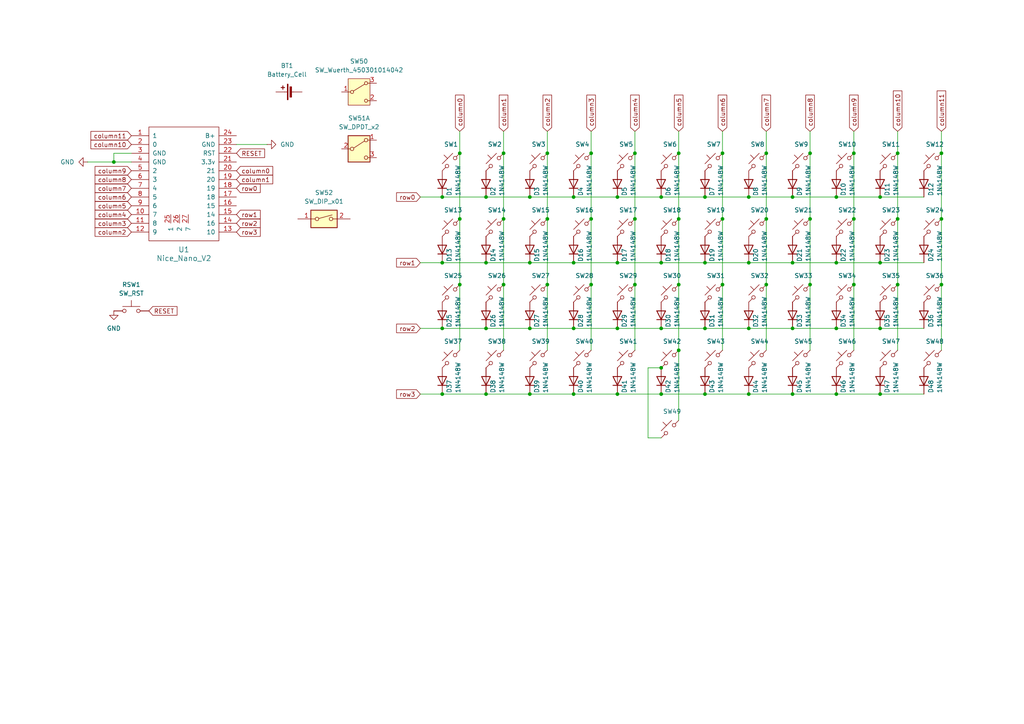
<source format=kicad_sch>
(kicad_sch (version 20250114) (generator "eeschema") (generator_version "9.0")
  (paper "A4")
  (junction (at 166.37 95.25))
  (junction (at 140.97 95.25))
  (junction (at 184.15 82.55))
  (junction (at 234.95 44.45))
  (junction (at 204.47 57.15))
  (junction (at 204.47 114.3))
  (junction (at 209.55 44.45))
  (junction (at 179.07 95.25))
  (junction (at 191.77 57.15))
  (junction (at 140.97 76.2))
  (junction (at 229.87 76.2))
  (junction (at 171.45 82.55))
  (junction (at 179.07 76.2))
  (junction (at 234.95 82.55))
  (junction (at 204.47 76.2))
  (junction (at 179.07 57.15))
  (junction (at 153.67 76.2))
  (junction (at 171.45 63.5))
  (junction (at 196.85 101.6))
  (junction (at 128.27 76.2))
  (junction (at 196.85 63.5))
  (junction (at 184.15 63.5))
  (junction (at 209.55 82.55))
  (junction (at 133.35 82.55))
  (junction (at 222.25 44.45))
  (junction (at 242.57 57.15))
  (junction (at 146.05 44.45))
  (junction (at 217.17 57.15))
  (junction (at 191.77 95.25))
  (junction (at 247.65 82.55))
  (junction (at 158.75 82.55))
  (junction (at 222.25 63.5))
  (junction (at 255.27 95.25))
  (junction (at 196.85 82.55))
  (junction (at 153.67 95.25))
  (junction (at 153.67 114.3))
  (junction (at 273.05 82.55))
  (junction (at 128.27 114.3))
  (junction (at 229.87 114.3))
  (junction (at 191.77 76.2))
  (junction (at 247.65 44.45))
  (junction (at 242.57 76.2))
  (junction (at 166.37 114.3))
  (junction (at 128.27 95.25))
  (junction (at 140.97 114.3))
  (junction (at 171.45 44.45))
  (junction (at 242.57 114.3))
  (junction (at 209.55 63.5))
  (junction (at 273.05 44.45))
  (junction (at 255.27 76.2))
  (junction (at 191.77 114.3))
  (junction (at 204.47 95.25))
  (junction (at 158.75 44.45))
  (junction (at 255.27 57.15))
  (junction (at 217.17 114.3))
  (junction (at 146.05 82.55))
  (junction (at 33.02 46.99))
  (junction (at 247.65 63.5))
  (junction (at 158.75 63.5))
  (junction (at 217.17 76.2))
  (junction (at 166.37 76.2))
  (junction (at 273.05 63.5))
  (junction (at 217.17 95.25))
  (junction (at 234.95 63.5))
  (junction (at 255.27 114.3))
  (junction (at 196.85 44.45))
  (junction (at 153.67 57.15))
  (junction (at 146.05 63.5))
  (junction (at 133.35 44.45))
  (junction (at 242.57 95.25))
  (junction (at 222.25 82.55))
  (junction (at 133.35 63.5))
  (junction (at 260.35 82.55))
  (junction (at 229.87 57.15))
  (junction (at 140.97 57.15))
  (junction (at 260.35 44.45))
  (junction (at 229.87 95.25))
  (junction (at 191.77 106.68))
  (junction (at 260.35 63.5))
  (junction (at 166.37 57.15))
  (junction (at 184.15 44.45))
  (junction (at 128.27 57.15))
  (junction (at 179.07 114.3))
  (wire (pts (xy 121.92 57.15) (xy 128.27 57.15)))
  (wire (pts (xy 184.15 82.55) (xy 184.15 101.6)))
  (wire (pts (xy 229.87 95.25) (xy 242.57 95.25)))
  (wire (pts (xy 184.15 63.5) (xy 184.15 82.55)))
  (wire (pts (xy 158.75 82.55) (xy 158.75 63.5)))
  (wire (pts (xy 191.77 95.25) (xy 204.47 95.25)))
  (wire (pts (xy 260.35 82.55) (xy 260.35 101.6)))
  (wire (pts (xy 260.35 44.45) (xy 260.35 63.5)))
  (wire (pts (xy 166.37 57.15) (xy 179.07 57.15)))
  (wire (pts (xy 171.45 38.1) (xy 171.45 44.45)))
  (wire (pts (xy 209.55 44.45) (xy 209.55 63.5)))
  (wire (pts (xy 128.27 114.3) (xy 121.92 114.3)))
  (wire (pts (xy 166.37 95.25) (xy 179.07 95.25)))
  (wire (pts (xy 121.92 95.25) (xy 128.27 95.25)))
  (wire (pts (xy 166.37 76.2) (xy 179.07 76.2)))
  (wire (pts (xy 242.57 95.25) (xy 255.27 95.25)))
  (wire (pts (xy 196.85 38.1) (xy 196.85 44.45)))
  (wire (pts (xy 217.17 76.2) (xy 229.87 76.2)))
  (wire (pts (xy 191.77 57.15) (xy 204.47 57.15)))
  (wire (pts (xy 242.57 114.3) (xy 229.87 114.3)))
  (wire (pts (xy 184.15 44.45) (xy 184.15 63.5)))
  (wire (pts (xy 166.37 114.3) (xy 153.67 114.3)))
  (wire (pts (xy 128.27 57.15) (xy 140.97 57.15)))
  (wire (pts (xy 209.55 82.55) (xy 209.55 101.6)))
  (wire (pts (xy 140.97 76.2) (xy 153.67 76.2)))
  (wire (pts (xy 179.07 114.3) (xy 166.37 114.3)))
  (wire (pts (xy 133.35 44.45) (xy 133.35 38.1)))
  (wire (pts (xy 242.57 76.2) (xy 255.27 76.2)))
  (wire (pts (xy 171.45 63.5) (xy 171.45 82.55)))
  (wire (pts (xy 171.45 44.45) (xy 171.45 63.5)))
  (wire (pts (xy 128.27 95.25) (xy 140.97 95.25)))
  (wire (pts (xy 146.05 63.5) (xy 146.05 82.55)))
  (wire (pts (xy 179.07 57.15) (xy 191.77 57.15)))
  (wire (pts (xy 33.02 46.99) (xy 38.1 46.99)))
  (wire (pts (xy 191.77 106.68) (xy 187.96 106.68)))
  (wire (pts (xy 255.27 95.25) (xy 267.97 95.25)))
  (wire (pts (xy 234.95 44.45) (xy 234.95 63.5)))
  (wire (pts (xy 153.67 95.25) (xy 166.37 95.25)))
  (wire (pts (xy 153.67 76.2) (xy 166.37 76.2)))
  (wire (pts (xy 273.05 63.5) (xy 273.05 82.55)))
  (wire (pts (xy 234.95 82.55) (xy 234.95 101.6)))
  (wire (pts (xy 273.05 44.45) (xy 273.05 63.5)))
  (wire (pts (xy 121.92 76.2) (xy 128.27 76.2)))
  (wire (pts (xy 153.67 57.15) (xy 166.37 57.15)))
  (wire (pts (xy 222.25 82.55) (xy 222.25 63.5)))
  (wire (pts (xy 222.25 44.45) (xy 222.25 38.1)))
  (wire (pts (xy 196.85 63.5) (xy 196.85 82.55)))
  (wire (pts (xy 171.45 82.55) (xy 171.45 101.6)))
  (wire (pts (xy 158.75 63.5) (xy 158.75 44.45)))
  (wire (pts (xy 146.05 44.45) (xy 146.05 63.5)))
  (wire (pts (xy 255.27 76.2) (xy 267.97 76.2)))
  (wire (pts (xy 158.75 44.45) (xy 158.75 38.1)))
  (wire (pts (xy 191.77 114.3) (xy 179.07 114.3)))
  (wire (pts (xy 196.85 101.6) (xy 196.85 121.92)))
  (wire (pts (xy 217.17 114.3) (xy 204.47 114.3)))
  (wire (pts (xy 260.35 63.5) (xy 260.35 82.55)))
  (wire (pts (xy 187.96 106.68) (xy 187.96 127)))
  (wire (pts (xy 128.27 76.2) (xy 140.97 76.2)))
  (wire (pts (xy 247.65 38.1) (xy 247.65 44.45)))
  (wire (pts (xy 247.65 44.45) (xy 247.65 63.5)))
  (wire (pts (xy 204.47 57.15) (xy 217.17 57.15)))
  (wire (pts (xy 146.05 82.55) (xy 146.05 101.6)))
  (wire (pts (xy 33.02 44.45) (xy 33.02 46.99)))
  (wire (pts (xy 38.1 44.45) (xy 33.02 44.45)))
  (wire (pts (xy 140.97 57.15) (xy 153.67 57.15)))
  (wire (pts (xy 187.96 127) (xy 191.77 127)))
  (wire (pts (xy 191.77 76.2) (xy 204.47 76.2)))
  (wire (pts (xy 133.35 63.5) (xy 133.35 44.45)))
  (wire (pts (xy 229.87 76.2) (xy 242.57 76.2)))
  (wire (pts (xy 140.97 95.25) (xy 153.67 95.25)))
  (wire (pts (xy 234.95 38.1) (xy 234.95 44.45)))
  (wire (pts (xy 179.07 95.25) (xy 191.77 95.25)))
  (wire (pts (xy 140.97 114.3) (xy 128.27 114.3)))
  (wire (pts (xy 209.55 63.5) (xy 209.55 82.55)))
  (wire (pts (xy 158.75 101.6) (xy 158.75 82.55)))
  (wire (pts (xy 146.05 38.1) (xy 146.05 44.45)))
  (wire (pts (xy 184.15 38.1) (xy 184.15 44.45)))
  (wire (pts (xy 260.35 38.1) (xy 260.35 44.45)))
  (wire (pts (xy 273.05 38.1) (xy 273.05 44.45)))
  (wire (pts (xy 217.17 57.15) (xy 229.87 57.15)))
  (wire (pts (xy 196.85 44.45) (xy 196.85 63.5)))
  (wire (pts (xy 222.25 101.6) (xy 222.25 82.55)))
  (wire (pts (xy 209.55 38.1) (xy 209.55 44.45)))
  (wire (pts (xy 234.95 63.5) (xy 234.95 82.55)))
  (wire (pts (xy 133.35 101.6) (xy 133.35 82.55)))
  (wire (pts (xy 222.25 63.5) (xy 222.25 44.45)))
  (wire (pts (xy 247.65 63.5) (xy 247.65 82.55)))
  (wire (pts (xy 242.57 57.15) (xy 255.27 57.15)))
  (wire (pts (xy 153.67 114.3) (xy 140.97 114.3)))
  (wire (pts (xy 273.05 82.55) (xy 273.05 101.6)))
  (wire (pts (xy 204.47 95.25) (xy 217.17 95.25)))
  (wire (pts (xy 267.97 114.3) (xy 255.27 114.3)))
  (wire (pts (xy 217.17 95.25) (xy 229.87 95.25)))
  (wire (pts (xy 25.4 46.99) (xy 33.02 46.99)))
  (wire (pts (xy 196.85 82.55) (xy 196.85 101.6)))
  (wire (pts (xy 229.87 57.15) (xy 242.57 57.15)))
  (wire (pts (xy 133.35 82.55) (xy 133.35 63.5)))
  (wire (pts (xy 179.07 76.2) (xy 191.77 76.2)))
  (wire (pts (xy 77.47 41.91) (xy 68.58 41.91)))
  (wire (pts (xy 247.65 82.55) (xy 247.65 101.6)))
  (wire (pts (xy 255.27 114.3) (xy 242.57 114.3)))
  (wire (pts (xy 204.47 76.2) (xy 217.17 76.2)))
  (wire (pts (xy 229.87 114.3) (xy 217.17 114.3)))
  (wire (pts (xy 204.47 114.3) (xy 191.77 114.3)))
  (wire (pts (xy 255.27 57.15) (xy 267.97 57.15)))
  (global_label "row3" (shape input) (at 121.92 114.3 180) (property "Intersheetrefs" "${INTERSHEET_REFS}" (effects (hide yes))))
  (global_label "column4" (shape input) (at 38.1 62.23 180) (property "Intersheetrefs" "${INTERSHEET_REFS}" (effects (hide yes))))
  (global_label "row0" (shape input) (at 68.58 54.61 0) (property "Intersheetrefs" "${INTERSHEET_REFS}" (effects (hide yes))))
  (global_label "RESET" (shape input) (at 43.18 90.17 0) (property "Intersheetrefs" "${INTERSHEET_REFS}" (effects (hide yes))))
  (global_label "column9" (shape input) (at 247.65 38.1 90) (property "Intersheetrefs" "${INTERSHEET_REFS}" (effects (hide yes))))
  (global_label "column9" (shape input) (at 38.1 49.53 180) (property "Intersheetrefs" "${INTERSHEET_REFS}" (effects (hide yes))))
  (global_label "column5" (shape input) (at 38.1 59.69 180) (property "Intersheetrefs" "${INTERSHEET_REFS}" (effects (hide yes))))
  (global_label "column10" (shape input) (at 38.1 41.91 180) (property "Intersheetrefs" "${INTERSHEET_REFS}" (effects (hide yes))))
  (global_label "column10" (shape input) (at 260.35 38.1 90) (property "Intersheetrefs" "${INTERSHEET_REFS}" (effects (hide yes))))
  (global_label "row1" (shape input) (at 68.58 62.23 0) (property "Intersheetrefs" "${INTERSHEET_REFS}" (effects (hide yes))))
  (global_label "column8" (shape input) (at 38.1 52.07 180) (property "Intersheetrefs" "${INTERSHEET_REFS}" (effects (hide yes))))
  (global_label "column3" (shape input) (at 171.45 38.1 90) (property "Intersheetrefs" "${INTERSHEET_REFS}" (effects (hide yes))))
  (global_label "column2" (shape input) (at 158.75 38.1 90) (property "Intersheetrefs" "${INTERSHEET_REFS}" (effects (hide yes))))
  (global_label "column11" (shape input) (at 38.1 39.37 180) (property "Intersheetrefs" "${INTERSHEET_REFS}" (effects (hide yes))))
  (global_label "column2" (shape input) (at 38.1 67.31 180) (property "Intersheetrefs" "${INTERSHEET_REFS}" (effects (hide yes))))
  (global_label "column1" (shape input) (at 68.58 52.07 0) (property "Intersheetrefs" "${INTERSHEET_REFS}" (effects (hide yes))))
  (global_label "column4" (shape input) (at 184.15 38.1 90) (property "Intersheetrefs" "${INTERSHEET_REFS}" (effects (hide yes))))
  (global_label "column6" (shape input) (at 38.1 57.15 180) (property "Intersheetrefs" "${INTERSHEET_REFS}" (effects (hide yes))))
  (global_label "column6" (shape input) (at 209.55 38.1 90) (property "Intersheetrefs" "${INTERSHEET_REFS}" (effects (hide yes))))
  (global_label "RESET" (shape input) (at 68.58 44.45 0) (property "Intersheetrefs" "${INTERSHEET_REFS}" (effects (hide yes))))
  (global_label "row1" (shape input) (at 121.92 76.2 180) (property "Intersheetrefs" "${INTERSHEET_REFS}" (effects (hide yes))))
  (global_label "column7" (shape input) (at 222.25 38.1 90) (property "Intersheetrefs" "${INTERSHEET_REFS}" (effects (hide yes))))
  (global_label "row0" (shape input) (at 121.92 57.15 180) (property "Intersheetrefs" "${INTERSHEET_REFS}" (effects (hide yes))))
  (global_label "row3" (shape input) (at 68.58 67.31 0) (property "Intersheetrefs" "${INTERSHEET_REFS}" (effects (hide yes))))
  (global_label "column5" (shape input) (at 196.85 38.1 90) (property "Intersheetrefs" "${INTERSHEET_REFS}" (effects (hide yes))))
  (global_label "row2" (shape input) (at 121.92 95.25 180) (property "Intersheetrefs" "${INTERSHEET_REFS}" (effects (hide yes))))
  (global_label "column1" (shape input) (at 146.05 38.1 90) (property "Intersheetrefs" "${INTERSHEET_REFS}" (effects (hide yes))))
  (global_label "column3" (shape input) (at 38.1 64.77 180) (property "Intersheetrefs" "${INTERSHEET_REFS}" (effects (hide yes))))
  (global_label "column11" (shape input) (at 273.05 38.1 90) (property "Intersheetrefs" "${INTERSHEET_REFS}" (effects (hide yes))))
  (global_label "column7" (shape input) (at 38.1 54.61 180) (property "Intersheetrefs" "${INTERSHEET_REFS}" (effects (hide yes))))
  (global_label "column8" (shape input) (at 234.95 38.1 90) (property "Intersheetrefs" "${INTERSHEET_REFS}" (effects (hide yes))))
  (global_label "row2" (shape input) (at 68.58 64.77 0) (property "Intersheetrefs" "${INTERSHEET_REFS}" (effects (hide yes))))
  (global_label "column0" (shape input) (at 133.35 38.1 90) (property "Intersheetrefs" "${INTERSHEET_REFS}" (effects (hide yes))))
  (global_label "column0" (shape input) (at 68.58 49.53 0) (property "Intersheetrefs" "${INTERSHEET_REFS}" (effects (hide yes))))
  (symbol (lib_id "Diode:1N4148W") (at 191.77 72.39 90) (unit 1)
    (property "Reference" "D18" (at 193.802 75.946 0) (effects (justify left)))
    (property "Value" "1N4148W" (at 196.342 75.946 0) (effects (justify left)))
    (property "Footprint" "Diode_SMD:D_SOD-123" (effects (hide yes)))
    (property "Datasheet" "https://www.vishay.com/docs/85748/1n4148w.pdf" (effects (hide yes)))
    (property "Description" "75V 0.15A Fast Switching Diode, SOD-123" (effects (hide yes)))
    (property "Sim.Device" "D" (effects (hide yes)))
    (property "Sim.Pins" "1=K 2=A" (effects (hide yes)))
  )
  (symbol (lib_id "Switch:SW_Push_45deg") (at 168.91 66.04 90) (unit 1)
    (property "Reference" "SW16" (at 166.878 60.198 90) (effects (justify right bottom)))
    (property "Value" "SW_Push_45deg" (effects (hide yes)))
    (property "Description" "Push button switch, normally open, two pins, 45° tilted" (effects (hide yes)))
  )
  (symbol (lib_id "Switch:SW_Push_45deg") (at 257.81 104.14 90) (unit 1)
    (property "Reference" "SW47" (at 255.778 98.298 90) (effects (justify right bottom)))
    (property "Value" "SW_Push_45deg" (effects (hide yes)))
    (property "Description" "Push button switch, normally open, two pins, 45° tilted" (effects (hide yes)))
  )
  (symbol (lib_id "Switch:SW_Push_45deg") (at 130.81 66.04 90) (unit 1)
    (property "Reference" "SW13" (at 128.778 60.198 90) (effects (justify right bottom)))
    (property "Value" "SW_Push_45deg" (effects (hide yes)))
    (property "Description" "Push button switch, normally open, two pins, 45° tilted" (effects (hide yes)))
  )
  (symbol (lib_id "Switch:SW_Push_45deg") (at 181.61 46.99 90) (unit 1)
    (property "Reference" "SW5" (at 179.578 41.148 90) (effects (justify right bottom)))
    (property "Value" "SW_Push_45deg" (effects (hide yes)))
    (property "Description" "Push button switch, normally open, two pins, 45° tilted" (effects (hide yes)))
  )
  (symbol (lib_id "Switch:SW_Push_45deg") (at 207.01 46.99 90) (unit 1)
    (property "Reference" "SW7" (at 204.978 41.148 90) (effects (justify right bottom)))
    (property "Value" "SW_Push_45deg" (effects (hide yes)))
    (property "Description" "Push button switch, normally open, two pins, 45° tilted" (effects (hide yes)))
  )
  (symbol (lib_id "Switch:SW_Push_45deg") (at 270.51 66.04 90) (unit 1)
    (property "Reference" "SW24" (at 268.478 60.198 90) (effects (justify right bottom)))
    (property "Value" "SW_Push_45deg" (effects (hide yes)))
    (property "Description" "Push button switch, normally open, two pins, 45° tilted" (effects (hide yes)))
  )
  (symbol (lib_id "Switch:SW_Push_45deg") (at 270.51 85.09 90) (unit 1)
    (property "Reference" "SW36" (at 268.478 79.248 90) (effects (justify right bottom)))
    (property "Value" "SW_Push_45deg" (effects (hide yes)))
    (property "Description" "Push button switch, normally open, two pins, 45° tilted" (effects (hide yes)))
  )
  (symbol (lib_id "Switch:SW_Push_45deg") (at 270.51 46.99 90) (unit 1)
    (property "Reference" "SW12" (at 268.478 41.148 90) (effects (justify right bottom)))
    (property "Value" "SW_Push_45deg" (effects (hide yes)))
    (property "Description" "Push button switch, normally open, two pins, 45° tilted" (effects (hide yes)))
  )
  (symbol (lib_id "Switch:SW_Push_45deg") (at 232.41 46.99 90) (unit 1)
    (property "Reference" "SW9" (at 230.378 41.148 90) (effects (justify right bottom)))
    (property "Value" "SW_Push_45deg" (effects (hide yes)))
    (property "Description" "Push button switch, normally open, two pins, 45° tilted" (effects (hide yes)))
  )
  (symbol (lib_id "Diode:1N4148W") (at 242.57 91.44 90) (unit 1)
    (property "Reference" "D34" (at 244.602 94.996 0) (effects (justify left)))
    (property "Value" "1N4148W" (at 247.142 94.996 0) (effects (justify left)))
    (property "Footprint" "Diode_SMD:D_SOD-123" (effects (hide yes)))
    (property "Datasheet" "https://www.vishay.com/docs/85748/1n4148w.pdf" (effects (hide yes)))
    (property "Description" "75V 0.15A Fast Switching Diode, SOD-123" (effects (hide yes)))
    (property "Sim.Device" "D" (effects (hide yes)))
    (property "Sim.Pins" "1=K 2=A" (effects (hide yes)))
  )
  (symbol (lib_id "Diode:1N4148W") (at 204.47 53.34 90) (unit 1)
    (property "Reference" "D7" (at 206.502 56.896 0) (effects (justify left)))
    (property "Value" "1N4148W" (at 209.042 56.896 0) (effects (justify left)))
    (property "Footprint" "Diode_SMD:D_SOD-123" (effects (hide yes)))
    (property "Datasheet" "https://www.vishay.com/docs/85748/1n4148w.pdf" (effects (hide yes)))
    (property "Description" "75V 0.15A Fast Switching Diode, SOD-123" (effects (hide yes)))
    (property "Sim.Device" "D" (effects (hide yes)))
    (property "Sim.Pins" "1=K 2=A" (effects (hide yes)))
  )
  (symbol (lib_id "Diode:1N4148W") (at 140.97 72.39 90) (unit 1)
    (property "Reference" "D14" (at 143.002 75.946 0) (effects (justify left)))
    (property "Value" "1N4148W" (at 145.542 75.946 0) (effects (justify left)))
    (property "Footprint" "Diode_SMD:D_SOD-123" (effects (hide yes)))
    (property "Datasheet" "https://www.vishay.com/docs/85748/1n4148w.pdf" (effects (hide yes)))
    (property "Description" "75V 0.15A Fast Switching Diode, SOD-123" (effects (hide yes)))
    (property "Sim.Device" "D" (effects (hide yes)))
    (property "Sim.Pins" "1=K 2=A" (effects (hide yes)))
  )
  (symbol (lib_id "Diode:1N4148W") (at 191.77 110.49 90) (unit 1)
    (property "Reference" "D42" (at 193.802 114.046 0) (effects (justify left)))
    (property "Value" "1N4148W" (at 196.342 114.046 0) (effects (justify left)))
    (property "Footprint" "Diode_SMD:D_SOD-123" (effects (hide yes)))
    (property "Datasheet" "https://www.vishay.com/docs/85748/1n4148w.pdf" (effects (hide yes)))
    (property "Description" "75V 0.15A Fast Switching Diode, SOD-123" (effects (hide yes)))
    (property "Sim.Device" "D" (effects (hide yes)))
    (property "Sim.Pins" "1=K 2=A" (effects (hide yes)))
  )
  (symbol (lib_id "Switch:SW_Push_45deg") (at 219.71 46.99 90) (unit 1)
    (property "Reference" "SW8" (at 217.678 41.148 90) (effects (justify right bottom)))
    (property "Value" "SW_Push_45deg" (effects (hide yes)))
    (property "Description" "Push button switch, normally open, two pins, 45° tilted" (effects (hide yes)))
  )
  (symbol (lib_id "Switch:SW_Push_45deg") (at 168.91 85.09 90) (unit 1)
    (property "Reference" "SW28" (at 166.878 79.248 90) (effects (justify right bottom)))
    (property "Value" "SW_Push_45deg" (effects (hide yes)))
    (property "Description" "Push button switch, normally open, two pins, 45° tilted" (effects (hide yes)))
  )
  (symbol (lib_id "power:GND") (at 33.02 90.17 0) (unit 1)
    (property "Reference" "#PWR03" (effects (hide yes)))
    (property "Value" "GND" (at 33.02 95.25 0))
    (property "Description" "Power symbol creates a global label with name \"GND\" , ground" (effects (hide yes)))
  )
  (symbol (lib_id "Diode:1N4148W") (at 204.47 72.39 90) (unit 1)
    (property "Reference" "D19" (at 206.502 75.946 0) (effects (justify left)))
    (property "Value" "1N4148W" (at 209.042 75.946 0) (effects (justify left)))
    (property "Footprint" "Diode_SMD:D_SOD-123" (effects (hide yes)))
    (property "Datasheet" "https://www.vishay.com/docs/85748/1n4148w.pdf" (effects (hide yes)))
    (property "Description" "75V 0.15A Fast Switching Diode, SOD-123" (effects (hide yes)))
    (property "Sim.Device" "D" (effects (hide yes)))
    (property "Sim.Pins" "1=K 2=A" (effects (hide yes)))
  )
  (symbol (lib_id "Diode:1N4148W") (at 128.27 53.34 90) (unit 1)
    (property "Reference" "D1" (at 130.302 56.896 0) (effects (justify left)))
    (property "Value" "1N4148W" (at 132.842 56.896 0) (effects (justify left)))
    (property "Footprint" "Diode_SMD:D_SOD-123" (effects (hide yes)))
    (property "Datasheet" "https://www.vishay.com/docs/85748/1n4148w.pdf" (effects (hide yes)))
    (property "Description" "75V 0.15A Fast Switching Diode, SOD-123" (effects (hide yes)))
    (property "Sim.Device" "D" (effects (hide yes)))
    (property "Sim.Pins" "1=K 2=A" (effects (hide yes)))
  )
  (symbol (lib_id "Switch:SW_Push_45deg") (at 194.31 66.04 90) (unit 1)
    (property "Reference" "SW18" (at 192.278 60.198 90) (effects (justify right bottom)))
    (property "Value" "SW_Push_45deg" (effects (hide yes)))
    (property "Description" "Push button switch, normally open, two pins, 45° tilted" (effects (hide yes)))
  )
  (symbol (lib_id "Diode:1N4148W") (at 255.27 110.49 90) (unit 1)
    (property "Reference" "D47" (at 257.302 114.046 0) (effects (justify left)))
    (property "Value" "1N4148W" (at 259.842 114.046 0) (effects (justify left)))
    (property "Footprint" "Diode_SMD:D_SOD-123" (effects (hide yes)))
    (property "Datasheet" "https://www.vishay.com/docs/85748/1n4148w.pdf" (effects (hide yes)))
    (property "Description" "75V 0.15A Fast Switching Diode, SOD-123" (effects (hide yes)))
    (property "Sim.Device" "D" (effects (hide yes)))
    (property "Sim.Pins" "1=K 2=A" (effects (hide yes)))
  )
  (symbol (lib_id "Switch:SW_Push_45deg") (at 156.21 85.09 90) (unit 1)
    (property "Reference" "SW27" (at 154.178 79.248 90) (effects (justify right bottom)))
    (property "Value" "SW_Push_45deg" (effects (hide yes)))
    (property "Description" "Push button switch, normally open, two pins, 45° tilted" (effects (hide yes)))
  )
  (symbol (lib_id "Switch:SW_Push_45deg") (at 156.21 104.14 90) (unit 1)
    (property "Reference" "SW39" (at 154.178 98.298 90) (effects (justify right bottom)))
    (property "Value" "SW_Push_45deg" (effects (hide yes)))
    (property "Description" "Push button switch, normally open, two pins, 45° tilted" (effects (hide yes)))
  )
  (symbol (lib_id "Switch:SW_Push_45deg") (at 130.81 85.09 90) (unit 1)
    (property "Reference" "SW25" (at 128.778 79.248 90) (effects (justify right bottom)))
    (property "Value" "SW_Push_45deg" (effects (hide yes)))
    (property "Description" "Push button switch, normally open, two pins, 45° tilted" (effects (hide yes)))
  )
  (symbol (lib_id "Diode:1N4148W") (at 166.37 110.49 90) (unit 1)
    (property "Reference" "D40" (at 168.402 114.046 0) (effects (justify left)))
    (property "Value" "1N4148W" (at 170.942 114.046 0) (effects (justify left)))
    (property "Footprint" "Diode_SMD:D_SOD-123" (effects (hide yes)))
    (property "Datasheet" "https://www.vishay.com/docs/85748/1n4148w.pdf" (effects (hide yes)))
    (property "Description" "75V 0.15A Fast Switching Diode, SOD-123" (effects (hide yes)))
    (property "Sim.Device" "D" (effects (hide yes)))
    (property "Sim.Pins" "1=K 2=A" (effects (hide yes)))
  )
  (symbol (lib_id "Switch:SW_Push_45deg") (at 232.41 85.09 90) (unit 1)
    (property "Reference" "SW33" (at 230.378 79.248 90) (effects (justify right bottom)))
    (property "Value" "SW_Push_45deg" (effects (hide yes)))
    (property "Description" "Push button switch, normally open, two pins, 45° tilted" (effects (hide yes)))
  )
  (symbol (lib_id "Device:Battery_Cell") (at 85.09 26.67 90) (unit 1)
    (property "Reference" "BT1" (at 83.2485 19.05 90))
    (property "Value" "Battery_Cell" (at 83.2485 21.59 90))
    (property "Description" "Single-cell battery" (effects (hide yes)))
  )
  (symbol (lib_id "Switch:SW_DPDT_x2") (at 104.14 43.18 0) (unit 1)
    (property "Reference" "SW51" (at 104.14 34.29 0))
    (property "Value" "SW_DPDT_x2" (at 104.14 36.83 0))
    (property "Description" "Switch, dual pole double throw, separate symbols" (effects (hide yes)))
  )
  (symbol (lib_id "Switch:SW_Push_45deg") (at 207.01 104.14 90) (unit 1)
    (property "Reference" "SW43" (at 204.978 98.298 90) (effects (justify right bottom)))
    (property "Value" "SW_Push_45deg" (effects (hide yes)))
    (property "Description" "Push button switch, normally open, two pins, 45° tilted" (effects (hide yes)))
  )
  (symbol (lib_id "Diode:1N4148W") (at 204.47 110.49 90) (unit 1)
    (property "Reference" "D43" (at 206.502 114.046 0) (effects (justify left)))
    (property "Value" "1N4148W" (at 209.042 114.046 0) (effects (justify left)))
    (property "Footprint" "Diode_SMD:D_SOD-123" (effects (hide yes)))
    (property "Datasheet" "https://www.vishay.com/docs/85748/1n4148w.pdf" (effects (hide yes)))
    (property "Description" "75V 0.15A Fast Switching Diode, SOD-123" (effects (hide yes)))
    (property "Sim.Device" "D" (effects (hide yes)))
    (property "Sim.Pins" "1=K 2=A" (effects (hide yes)))
  )
  (symbol (lib_id "Switch:SW_Push_45deg") (at 232.41 104.14 90) (unit 1)
    (property "Reference" "SW45" (at 230.378 98.298 90) (effects (justify right bottom)))
    (property "Value" "SW_Push_45deg" (effects (hide yes)))
    (property "Description" "Push button switch, normally open, two pins, 45° tilted" (effects (hide yes)))
  )
  (symbol (lib_id "Switch:SW_Push_45deg") (at 219.71 85.09 90) (unit 1)
    (property "Reference" "SW32" (at 217.678 79.248 90) (effects (justify right bottom)))
    (property "Value" "SW_Push_45deg" (effects (hide yes)))
    (property "Description" "Push button switch, normally open, two pins, 45° tilted" (effects (hide yes)))
  )
  (symbol (lib_id "Diode:1N4148W") (at 140.97 91.44 90) (unit 1)
    (property "Reference" "D26" (at 143.002 94.996 0) (effects (justify left)))
    (property "Value" "1N4148W" (at 145.542 94.996 0) (effects (justify left)))
    (property "Footprint" "Diode_SMD:D_SOD-123" (effects (hide yes)))
    (property "Datasheet" "https://www.vishay.com/docs/85748/1n4148w.pdf" (effects (hide yes)))
    (property "Description" "75V 0.15A Fast Switching Diode, SOD-123" (effects (hide yes)))
    (property "Sim.Device" "D" (effects (hide yes)))
    (property "Sim.Pins" "1=K 2=A" (effects (hide yes)))
  )
  (symbol (lib_id "Diode:1N4148W") (at 140.97 53.34 90) (unit 1)
    (property "Reference" "D2" (at 143.002 56.896 0) (effects (justify left)))
    (property "Value" "1N4148W" (at 145.542 56.896 0) (effects (justify left)))
    (property "Footprint" "Diode_SMD:D_SOD-123" (effects (hide yes)))
    (property "Datasheet" "https://www.vishay.com/docs/85748/1n4148w.pdf" (effects (hide yes)))
    (property "Description" "75V 0.15A Fast Switching Diode, SOD-123" (effects (hide yes)))
    (property "Sim.Device" "D" (effects (hide yes)))
    (property "Sim.Pins" "1=K 2=A" (effects (hide yes)))
  )
  (symbol (lib_id "Switch:SW_Push") (at 38.1 90.17 0) (unit 1)
    (property "Reference" "RSW1" (at 38.1 82.55 0))
    (property "Value" "SW_RST" (at 38.1 85.09 0))
    (property "Description" "Push button switch, generic, two pins" (effects (hide yes)))
  )
  (symbol (lib_id "Switch:SW_Push_45deg") (at 207.01 66.04 90) (unit 1)
    (property "Reference" "SW19" (at 204.978 60.198 90) (effects (justify right bottom)))
    (property "Value" "SW_Push_45deg" (effects (hide yes)))
    (property "Description" "Push button switch, normally open, two pins, 45° tilted" (effects (hide yes)))
  )
  (symbol (lib_id "Diode:1N4148W") (at 140.97 110.49 90) (unit 1)
    (property "Reference" "D38" (at 143.002 114.046 0) (effects (justify left)))
    (property "Value" "1N4148W" (at 145.542 114.046 0) (effects (justify left)))
    (property "Footprint" "Diode_SMD:D_SOD-123" (effects (hide yes)))
    (property "Datasheet" "https://www.vishay.com/docs/85748/1n4148w.pdf" (effects (hide yes)))
    (property "Description" "75V 0.15A Fast Switching Diode, SOD-123" (effects (hide yes)))
    (property "Sim.Device" "D" (effects (hide yes)))
    (property "Sim.Pins" "1=K 2=A" (effects (hide yes)))
  )
  (symbol (lib_id "Switch:SW_DIP_x01") (at 93.98 63.5 0) (unit 1)
    (property "Reference" "SW52" (at 93.98 55.88 0))
    (property "Value" "SW_DIP_x01" (at 93.98 58.42 0))
    (property "Description" "1x DIP Switch, Single Pole Single Throw (SPST) switch, small symbol" (effects (hide yes)))
  )
  (symbol (lib_id "Switch:SW_Push_45deg") (at 232.41 66.04 90) (unit 1)
    (property "Reference" "SW21" (at 230.378 60.198 90) (effects (justify right bottom)))
    (property "Value" "SW_Push_45deg" (effects (hide yes)))
    (property "Description" "Push button switch, normally open, two pins, 45° tilted" (effects (hide yes)))
  )
  (symbol (lib_id "Diode:1N4148W") (at 166.37 53.34 90) (unit 1)
    (property "Reference" "D4" (at 168.402 56.896 0) (effects (justify left)))
    (property "Value" "1N4148W" (at 170.942 56.896 0) (effects (justify left)))
    (property "Footprint" "Diode_SMD:D_SOD-123" (effects (hide yes)))
    (property "Datasheet" "https://www.vishay.com/docs/85748/1n4148w.pdf" (effects (hide yes)))
    (property "Description" "75V 0.15A Fast Switching Diode, SOD-123" (effects (hide yes)))
    (property "Sim.Device" "D" (effects (hide yes)))
    (property "Sim.Pins" "1=K 2=A" (effects (hide yes)))
  )
  (symbol (lib_id "Diode:1N4148W") (at 179.07 110.49 90) (unit 1)
    (property "Reference" "D41" (at 181.102 114.046 0) (effects (justify left)))
    (property "Value" "1N4148W" (at 183.642 114.046 0) (effects (justify left)))
    (property "Footprint" "Diode_SMD:D_SOD-123" (effects (hide yes)))
    (property "Datasheet" "https://www.vishay.com/docs/85748/1n4148w.pdf" (effects (hide yes)))
    (property "Description" "75V 0.15A Fast Switching Diode, SOD-123" (effects (hide yes)))
    (property "Sim.Device" "D" (effects (hide yes)))
    (property "Sim.Pins" "1=K 2=A" (effects (hide yes)))
  )
  (symbol (lib_id "Diode:1N4148W") (at 242.57 72.39 90) (unit 1)
    (property "Reference" "D22" (at 244.602 75.946 0) (effects (justify left)))
    (property "Value" "1N4148W" (at 247.142 75.946 0) (effects (justify left)))
    (property "Footprint" "Diode_SMD:D_SOD-123" (effects (hide yes)))
    (property "Datasheet" "https://www.vishay.com/docs/85748/1n4148w.pdf" (effects (hide yes)))
    (property "Description" "75V 0.15A Fast Switching Diode, SOD-123" (effects (hide yes)))
    (property "Sim.Device" "D" (effects (hide yes)))
    (property "Sim.Pins" "1=K 2=A" (effects (hide yes)))
  )
  (symbol (lib_id "Diode:1N4148W") (at 217.17 53.34 90) (unit 1)
    (property "Reference" "D8" (at 219.202 56.896 0) (effects (justify left)))
    (property "Value" "1N4148W" (at 221.742 56.896 0) (effects (justify left)))
    (property "Footprint" "Diode_SMD:D_SOD-123" (effects (hide yes)))
    (property "Datasheet" "https://www.vishay.com/docs/85748/1n4148w.pdf" (effects (hide yes)))
    (property "Description" "75V 0.15A Fast Switching Diode, SOD-123" (effects (hide yes)))
    (property "Sim.Device" "D" (effects (hide yes)))
    (property "Sim.Pins" "1=K 2=A" (effects (hide yes)))
  )
  (symbol (lib_id "Switch:SW_Push_45deg") (at 270.51 104.14 90) (unit 1)
    (property "Reference" "SW48" (at 268.478 98.298 90) (effects (justify right bottom)))
    (property "Value" "SW_Push_45deg" (effects (hide yes)))
    (property "Description" "Push button switch, normally open, two pins, 45° tilted" (effects (hide yes)))
  )
  (symbol (lib_id "Switch:SW_Push_45deg") (at 143.51 66.04 90) (unit 1)
    (property "Reference" "SW14" (at 141.478 60.198 90) (effects (justify right bottom)))
    (property "Value" "SW_Push_45deg" (effects (hide yes)))
    (property "Description" "Push button switch, normally open, two pins, 45° tilted" (effects (hide yes)))
  )
  (symbol (lib_id "Switch:SW_Push_45deg") (at 156.21 46.99 90) (unit 1)
    (property "Reference" "SW3" (at 154.178 41.148 90) (effects (justify right bottom)))
    (property "Value" "SW_Push_45deg" (effects (hide yes)))
    (property "Description" "Push button switch, normally open, two pins, 45° tilted" (effects (hide yes)))
  )
  (symbol (lib_id "Switch:SW_Push_45deg") (at 168.91 46.99 90) (unit 1)
    (property "Reference" "SW4" (at 166.878 41.148 90) (effects (justify right bottom)))
    (property "Value" "SW_Push_45deg" (effects (hide yes)))
    (property "Description" "Push button switch, normally open, two pins, 45° tilted" (effects (hide yes)))
  )
  (symbol (lib_id "Switch:SW_Push_45deg") (at 181.61 104.14 90) (unit 1)
    (property "Reference" "SW41" (at 179.578 98.298 90) (effects (justify right bottom)))
    (property "Value" "SW_Push_45deg" (effects (hide yes)))
    (property "Description" "Push button switch, normally open, two pins, 45° tilted" (effects (hide yes)))
  )
  (symbol (lib_id "Diode:1N4148W") (at 166.37 91.44 90) (unit 1)
    (property "Reference" "D28" (at 168.402 94.996 0) (effects (justify left)))
    (property "Value" "1N4148W" (at 170.942 94.996 0) (effects (justify left)))
    (property "Footprint" "Diode_SMD:D_SOD-123" (effects (hide yes)))
    (property "Datasheet" "https://www.vishay.com/docs/85748/1n4148w.pdf" (effects (hide yes)))
    (property "Description" "75V 0.15A Fast Switching Diode, SOD-123" (effects (hide yes)))
    (property "Sim.Device" "D" (effects (hide yes)))
    (property "Sim.Pins" "1=K 2=A" (effects (hide yes)))
  )
  (symbol (lib_id "Switch:SW_Push_45deg") (at 130.81 46.99 90) (unit 1)
    (property "Reference" "SW1" (at 128.778 41.148 90) (effects (justify right bottom)))
    (property "Value" "SW_Push_45deg" (effects (hide yes)))
    (property "Description" "Push button switch, normally open, two pins, 45° tilted" (effects (hide yes)))
  )
  (symbol (lib_id "Diode:1N4148W") (at 229.87 110.49 90) (unit 1)
    (property "Reference" "D45" (at 231.902 114.046 0) (effects (justify left)))
    (property "Value" "1N4148W" (at 234.442 114.046 0) (effects (justify left)))
    (property "Footprint" "Diode_SMD:D_SOD-123" (effects (hide yes)))
    (property "Datasheet" "https://www.vishay.com/docs/85748/1n4148w.pdf" (effects (hide yes)))
    (property "Description" "75V 0.15A Fast Switching Diode, SOD-123" (effects (hide yes)))
    (property "Sim.Device" "D" (effects (hide yes)))
    (property "Sim.Pins" "1=K 2=A" (effects (hide yes)))
  )
  (symbol (lib_id "Diode:1N4148W") (at 166.37 72.39 90) (unit 1)
    (property "Reference" "D16" (at 168.402 75.946 0) (effects (justify left)))
    (property "Value" "1N4148W" (at 170.942 75.946 0) (effects (justify left)))
    (property "Footprint" "Diode_SMD:D_SOD-123" (effects (hide yes)))
    (property "Datasheet" "https://www.vishay.com/docs/85748/1n4148w.pdf" (effects (hide yes)))
    (property "Description" "75V 0.15A Fast Switching Diode, SOD-123" (effects (hide yes)))
    (property "Sim.Device" "D" (effects (hide yes)))
    (property "Sim.Pins" "1=K 2=A" (effects (hide yes)))
  )
  (symbol (lib_id "Diode:1N4148W") (at 153.67 53.34 90) (unit 1)
    (property "Reference" "D3" (at 155.702 56.896 0) (effects (justify left)))
    (property "Value" "1N4148W" (at 158.242 56.896 0) (effects (justify left)))
    (property "Footprint" "Diode_SMD:D_SOD-123" (effects (hide yes)))
    (property "Datasheet" "https://www.vishay.com/docs/85748/1n4148w.pdf" (effects (hide yes)))
    (property "Description" "75V 0.15A Fast Switching Diode, SOD-123" (effects (hide yes)))
    (property "Sim.Device" "D" (effects (hide yes)))
    (property "Sim.Pins" "1=K 2=A" (effects (hide yes)))
  )
  (symbol (lib_id "Diode:1N4148W") (at 191.77 53.34 90) (unit 1)
    (property "Reference" "D6" (at 193.802 56.896 0) (effects (justify left)))
    (property "Value" "1N4148W" (at 196.342 56.896 0) (effects (justify left)))
    (property "Footprint" "Diode_SMD:D_SOD-123" (effects (hide yes)))
    (property "Datasheet" "https://www.vishay.com/docs/85748/1n4148w.pdf" (effects (hide yes)))
    (property "Description" "75V 0.15A Fast Switching Diode, SOD-123" (effects (hide yes)))
    (property "Sim.Device" "D" (effects (hide yes)))
    (property "Sim.Pins" "1=K 2=A" (effects (hide yes)))
  )
  (symbol (lib_id "Switch:SW_Push_45deg") (at 143.51 85.09 90) (unit 1)
    (property "Reference" "SW26" (at 141.478 79.248 90) (effects (justify right bottom)))
    (property "Value" "SW_Push_45deg" (effects (hide yes)))
    (property "Description" "Push button switch, normally open, two pins, 45° tilted" (effects (hide yes)))
  )
  (symbol (lib_id "Diode:1N4148W") (at 128.27 110.49 90) (unit 1)
    (property "Reference" "D37" (at 130.302 114.046 0) (effects (justify left)))
    (property "Value" "1N4148W" (at 132.842 114.046 0) (effects (justify left)))
    (property "Footprint" "Diode_SMD:D_SOD-123" (effects (hide yes)))
    (property "Datasheet" "https://www.vishay.com/docs/85748/1n4148w.pdf" (effects (hide yes)))
    (property "Description" "75V 0.15A Fast Switching Diode, SOD-123" (effects (hide yes)))
    (property "Sim.Device" "D" (effects (hide yes)))
    (property "Sim.Pins" "1=K 2=A" (effects (hide yes)))
  )
  (symbol (lib_id "power:GND") (at 77.47 41.91 90) (unit 1)
    (property "Reference" "#PWR01" (effects (hide yes)))
    (property "Value" "GND" (at 81.28 41.9099 90) (effects (justify right)))
    (property "Description" "Power symbol creates a global label with name \"GND\" , ground" (effects (hide yes)))
  )
  (symbol (lib_id "Diode:1N4148W") (at 229.87 53.34 90) (unit 1)
    (property "Reference" "D9" (at 231.902 56.896 0) (effects (justify left)))
    (property "Value" "1N4148W" (at 234.442 56.896 0) (effects (justify left)))
    (property "Footprint" "Diode_SMD:D_SOD-123" (effects (hide yes)))
    (property "Datasheet" "https://www.vishay.com/docs/85748/1n4148w.pdf" (effects (hide yes)))
    (property "Description" "75V 0.15A Fast Switching Diode, SOD-123" (effects (hide yes)))
    (property "Sim.Device" "D" (effects (hide yes)))
    (property "Sim.Pins" "1=K 2=A" (effects (hide yes)))
  )
  (symbol (lib_id "Switch:SW_Push_45deg") (at 219.71 66.04 90) (unit 1)
    (property "Reference" "SW20" (at 217.678 60.198 90) (effects (justify right bottom)))
    (property "Value" "SW_Push_45deg" (effects (hide yes)))
    (property "Description" "Push button switch, normally open, two pins, 45° tilted" (effects (hide yes)))
  )
  (symbol (lib_id "Diode:1N4148W") (at 217.17 110.49 90) (unit 1)
    (property "Reference" "D44" (at 219.202 114.046 0) (effects (justify left)))
    (property "Value" "1N4148W" (at 221.742 114.046 0) (effects (justify left)))
    (property "Footprint" "Diode_SMD:D_SOD-123" (effects (hide yes)))
    (property "Datasheet" "https://www.vishay.com/docs/85748/1n4148w.pdf" (effects (hide yes)))
    (property "Description" "75V 0.15A Fast Switching Diode, SOD-123" (effects (hide yes)))
    (property "Sim.Device" "D" (effects (hide yes)))
    (property "Sim.Pins" "1=K 2=A" (effects (hide yes)))
  )
  (symbol (lib_id "Switch:SW_Push_45deg") (at 143.51 104.14 90) (unit 1)
    (property "Reference" "SW38" (at 141.478 98.298 90) (effects (justify right bottom)))
    (property "Value" "SW_Push_45deg" (effects (hide yes)))
    (property "Description" "Push button switch, normally open, two pins, 45° tilted" (effects (hide yes)))
  )
  (symbol (lib_id "Switch:SW_Push_45deg") (at 257.81 66.04 90) (unit 1)
    (property "Reference" "SW23" (at 255.778 60.198 90) (effects (justify right bottom)))
    (property "Value" "SW_Push_45deg" (effects (hide yes)))
    (property "Description" "Push button switch, normally open, two pins, 45° tilted" (effects (hide yes)))
  )
  (symbol (lib_id "Switch:SW_Push_45deg") (at 194.31 46.99 90) (unit 1)
    (property "Reference" "SW6" (at 192.278 41.148 90) (effects (justify right bottom)))
    (property "Value" "SW_Push_45deg" (effects (hide yes)))
    (property "Description" "Push button switch, normally open, two pins, 45° tilted" (effects (hide yes)))
  )
  (symbol (lib_id "ScottoKeebs:MCU_Nice_Nano_V2") (at 53.34 53.34 0) (unit 1)
    (property "Reference" "U1" (at 53.34 72.39 0) (effects (font (size 1.524 1.524))))
    (property "Value" "Nice_Nano_V2" (at 53.34 74.93 0) (effects (font (size 1.524 1.524))))
    (property "Footprint" "ScottoKeebs_MCU:Nice_Nano_V2" (effects (hide yes)))
  )
  (symbol (lib_id "Switch:SW_Push_45deg") (at 181.61 66.04 90) (unit 1)
    (property "Reference" "SW17" (at 179.578 60.198 90) (effects (justify right bottom)))
    (property "Value" "SW_Push_45deg" (effects (hide yes)))
    (property "Description" "Push button switch, normally open, two pins, 45° tilted" (effects (hide yes)))
  )
  (symbol (lib_id "Diode:1N4148W") (at 153.67 110.49 90) (unit 1)
    (property "Reference" "D39" (at 155.702 114.046 0) (effects (justify left)))
    (property "Value" "1N4148W" (at 158.242 114.046 0) (effects (justify left)))
    (property "Footprint" "Diode_SMD:D_SOD-123" (effects (hide yes)))
    (property "Datasheet" "https://www.vishay.com/docs/85748/1n4148w.pdf" (effects (hide yes)))
    (property "Description" "75V 0.15A Fast Switching Diode, SOD-123" (effects (hide yes)))
    (property "Sim.Device" "D" (effects (hide yes)))
    (property "Sim.Pins" "1=K 2=A" (effects (hide yes)))
  )
  (symbol (lib_id "Switch:SW_Push_45deg") (at 168.91 104.14 90) (unit 1)
    (property "Reference" "SW40" (at 166.878 98.298 90) (effects (justify right bottom)))
    (property "Value" "SW_Push_45deg" (effects (hide yes)))
    (property "Description" "Push button switch, normally open, two pins, 45° tilted" (effects (hide yes)))
  )
  (symbol (lib_id "Diode:1N4148W") (at 128.27 91.44 90) (unit 1)
    (property "Reference" "D25" (at 130.302 94.996 0) (effects (justify left)))
    (property "Value" "1N4148W" (at 132.842 94.996 0) (effects (justify left)))
    (property "Footprint" "Diode_SMD:D_SOD-123" (effects (hide yes)))
    (property "Datasheet" "https://www.vishay.com/docs/85748/1n4148w.pdf" (effects (hide yes)))
    (property "Description" "75V 0.15A Fast Switching Diode, SOD-123" (effects (hide yes)))
    (property "Sim.Device" "D" (effects (hide yes)))
    (property "Sim.Pins" "1=K 2=A" (effects (hide yes)))
  )
  (symbol (lib_id "Diode:1N4148W") (at 179.07 53.34 90) (unit 1)
    (property "Reference" "D5" (at 181.102 56.896 0) (effects (justify left)))
    (property "Value" "1N4148W" (at 183.642 56.896 0) (effects (justify left)))
    (property "Footprint" "Diode_SMD:D_SOD-123" (effects (hide yes)))
    (property "Datasheet" "https://www.vishay.com/docs/85748/1n4148w.pdf" (effects (hide yes)))
    (property "Description" "75V 0.15A Fast Switching Diode, SOD-123" (effects (hide yes)))
    (property "Sim.Device" "D" (effects (hide yes)))
    (property "Sim.Pins" "1=K 2=A" (effects (hide yes)))
  )
  (symbol (lib_id "Diode:1N4148W") (at 153.67 72.39 90) (unit 1)
    (property "Reference" "D15" (at 155.702 75.946 0) (effects (justify left)))
    (property "Value" "1N4148W" (at 158.242 75.946 0) (effects (justify left)))
    (property "Footprint" "Diode_SMD:D_SOD-123" (effects (hide yes)))
    (property "Datasheet" "https://www.vishay.com/docs/85748/1n4148w.pdf" (effects (hide yes)))
    (property "Description" "75V 0.15A Fast Switching Diode, SOD-123" (effects (hide yes)))
    (property "Sim.Device" "D" (effects (hide yes)))
    (property "Sim.Pins" "1=K 2=A" (effects (hide yes)))
  )
  (symbol (lib_id "Diode:1N4148W") (at 255.27 53.34 90) (unit 1)
    (property "Reference" "D11" (at 257.302 56.896 0) (effects (justify left)))
    (property "Value" "1N4148W" (at 259.842 56.896 0) (effects (justify left)))
    (property "Footprint" "Diode_SMD:D_SOD-123" (effects (hide yes)))
    (property "Datasheet" "https://www.vishay.com/docs/85748/1n4148w.pdf" (effects (hide yes)))
    (property "Description" "75V 0.15A Fast Switching Diode, SOD-123" (effects (hide yes)))
    (property "Sim.Device" "D" (effects (hide yes)))
    (property "Sim.Pins" "1=K 2=A" (effects (hide yes)))
  )
  (symbol (lib_id "Diode:1N4148W") (at 153.67 91.44 90) (unit 1)
    (property "Reference" "D27" (at 155.702 94.996 0) (effects (justify left)))
    (property "Value" "1N4148W" (at 158.242 94.996 0) (effects (justify left)))
    (property "Footprint" "Diode_SMD:D_SOD-123" (effects (hide yes)))
    (property "Datasheet" "https://www.vishay.com/docs/85748/1n4148w.pdf" (effects (hide yes)))
    (property "Description" "75V 0.15A Fast Switching Diode, SOD-123" (effects (hide yes)))
    (property "Sim.Device" "D" (effects (hide yes)))
    (property "Sim.Pins" "1=K 2=A" (effects (hide yes)))
  )
  (symbol (lib_id "Diode:1N4148W") (at 255.27 91.44 90) (unit 1)
    (property "Reference" "D35" (at 257.302 94.996 0) (effects (justify left)))
    (property "Value" "1N4148W" (at 259.842 94.996 0) (effects (justify left)))
    (property "Footprint" "Diode_SMD:D_SOD-123" (effects (hide yes)))
    (property "Datasheet" "https://www.vishay.com/docs/85748/1n4148w.pdf" (effects (hide yes)))
    (property "Description" "75V 0.15A Fast Switching Diode, SOD-123" (effects (hide yes)))
    (property "Sim.Device" "D" (effects (hide yes)))
    (property "Sim.Pins" "1=K 2=A" (effects (hide yes)))
  )
  (symbol (lib_id "Diode:1N4148W") (at 255.27 72.39 90) (unit 1)
    (property "Reference" "D23" (at 257.302 75.946 0) (effects (justify left)))
    (property "Value" "1N4148W" (at 259.842 75.946 0) (effects (justify left)))
    (property "Footprint" "Diode_SMD:D_SOD-123" (effects (hide yes)))
    (property "Datasheet" "https://www.vishay.com/docs/85748/1n4148w.pdf" (effects (hide yes)))
    (property "Description" "75V 0.15A Fast Switching Diode, SOD-123" (effects (hide yes)))
    (property "Sim.Device" "D" (effects (hide yes)))
    (property "Sim.Pins" "1=K 2=A" (effects (hide yes)))
  )
  (symbol (lib_id "Switch:SW_Push_45deg") (at 207.01 85.09 90) (unit 1)
    (property "Reference" "SW31" (at 204.978 79.248 90) (effects (justify right bottom)))
    (property "Value" "SW_Push_45deg" (effects (hide yes)))
    (property "Description" "Push button switch, normally open, two pins, 45° tilted" (effects (hide yes)))
  )
  (symbol (lib_id "Switch:SW_Push_45deg") (at 156.21 66.04 90) (unit 1)
    (property "Reference" "SW15" (at 154.178 60.198 90) (effects (justify right bottom)))
    (property "Value" "SW_Push_45deg" (effects (hide yes)))
    (property "Description" "Push button switch, normally open, two pins, 45° tilted" (effects (hide yes)))
  )
  (symbol (lib_id "Diode:1N4148W") (at 191.77 91.44 90) (unit 1)
    (property "Reference" "D30" (at 193.802 94.996 0) (effects (justify left)))
    (property "Value" "1N4148W" (at 196.342 94.996 0) (effects (justify left)))
    (property "Footprint" "Diode_SMD:D_SOD-123" (effects (hide yes)))
    (property "Datasheet" "https://www.vishay.com/docs/85748/1n4148w.pdf" (effects (hide yes)))
    (property "Description" "75V 0.15A Fast Switching Diode, SOD-123" (effects (hide yes)))
    (property "Sim.Device" "D" (effects (hide yes)))
    (property "Sim.Pins" "1=K 2=A" (effects (hide yes)))
  )
  (symbol (lib_id "power:GND") (at 25.4 46.99 270) (unit 1)
    (property "Reference" "#PWR02" (effects (hide yes)))
    (property "Value" "GND" (at 21.59 46.9899 90) (effects (justify right)))
    (property "Description" "Power symbol creates a global label with name \"GND\" , ground" (effects (hide yes)))
  )
  (symbol (lib_id "Switch:SW_Push_45deg") (at 245.11 104.14 90) (unit 1)
    (property "Reference" "SW46" (at 243.078 98.298 90) (effects (justify right bottom)))
    (property "Value" "SW_Push_45deg" (effects (hide yes)))
    (property "Description" "Push button switch, normally open, two pins, 45° tilted" (effects (hide yes)))
  )
  (symbol (lib_id "Diode:1N4148W") (at 267.97 110.49 90) (unit 1)
    (property "Reference" "D48" (at 270.002 114.046 0) (effects (justify left)))
    (property "Value" "1N4148W" (at 272.542 114.046 0) (effects (justify left)))
    (property "Footprint" "Diode_SMD:D_SOD-123" (effects (hide yes)))
    (property "Datasheet" "https://www.vishay.com/docs/85748/1n4148w.pdf" (effects (hide yes)))
    (property "Description" "75V 0.15A Fast Switching Diode, SOD-123" (effects (hide yes)))
    (property "Sim.Device" "D" (effects (hide yes)))
    (property "Sim.Pins" "1=K 2=A" (effects (hide yes)))
  )
  (symbol (lib_id "Diode:1N4148W") (at 229.87 91.44 90) (unit 1)
    (property "Reference" "D33" (at 231.902 94.996 0) (effects (justify left)))
    (property "Value" "1N4148W" (at 234.442 94.996 0) (effects (justify left)))
    (property "Footprint" "Diode_SMD:D_SOD-123" (effects (hide yes)))
    (property "Datasheet" "https://www.vishay.com/docs/85748/1n4148w.pdf" (effects (hide yes)))
    (property "Description" "75V 0.15A Fast Switching Diode, SOD-123" (effects (hide yes)))
    (property "Sim.Device" "D" (effects (hide yes)))
    (property "Sim.Pins" "1=K 2=A" (effects (hide yes)))
  )
  (symbol (lib_id "Switch:SW_Push_45deg") (at 219.71 104.14 90) (unit 1)
    (property "Reference" "SW44" (at 217.678 98.298 90) (effects (justify right bottom)))
    (property "Value" "SW_Push_45deg" (effects (hide yes)))
    (property "Description" "Push button switch, normally open, two pins, 45° tilted" (effects (hide yes)))
  )
  (symbol (lib_id "Switch:SW_Push_45deg") (at 245.11 46.99 90) (unit 1)
    (property "Reference" "SW10" (at 243.078 41.148 90) (effects (justify right bottom)))
    (property "Value" "SW_Push_45deg" (effects (hide yes)))
    (property "Description" "Push button switch, normally open, two pins, 45° tilted" (effects (hide yes)))
  )
  (symbol (lib_id "Diode:1N4148W") (at 242.57 53.34 90) (unit 1)
    (property "Reference" "D10" (at 244.602 56.896 0) (effects (justify left)))
    (property "Value" "1N4148W" (at 247.142 56.896 0) (effects (justify left)))
    (property "Footprint" "Diode_SMD:D_SOD-123" (effects (hide yes)))
    (property "Datasheet" "https://www.vishay.com/docs/85748/1n4148w.pdf" (effects (hide yes)))
    (property "Description" "75V 0.15A Fast Switching Diode, SOD-123" (effects (hide yes)))
    (property "Sim.Device" "D" (effects (hide yes)))
    (property "Sim.Pins" "1=K 2=A" (effects (hide yes)))
  )
  (symbol (lib_id "Diode:1N4148W") (at 267.97 72.39 90) (unit 1)
    (property "Reference" "D24" (at 270.002 75.946 0) (effects (justify left)))
    (property "Value" "1N4148W" (at 272.542 75.946 0) (effects (justify left)))
    (property "Footprint" "Diode_SMD:D_SOD-123" (effects (hide yes)))
    (property "Datasheet" "https://www.vishay.com/docs/85748/1n4148w.pdf" (effects (hide yes)))
    (property "Description" "75V 0.15A Fast Switching Diode, SOD-123" (effects (hide yes)))
    (property "Sim.Device" "D" (effects (hide yes)))
    (property "Sim.Pins" "1=K 2=A" (effects (hide yes)))
  )
  (symbol (lib_id "Diode:1N4148W") (at 179.07 91.44 90) (unit 1)
    (property "Reference" "D29" (at 181.102 94.996 0) (effects (justify left)))
    (property "Value" "1N4148W" (at 183.642 94.996 0) (effects (justify left)))
    (property "Footprint" "Diode_SMD:D_SOD-123" (effects (hide yes)))
    (property "Datasheet" "https://www.vishay.com/docs/85748/1n4148w.pdf" (effects (hide yes)))
    (property "Description" "75V 0.15A Fast Switching Diode, SOD-123" (effects (hide yes)))
    (property "Sim.Device" "D" (effects (hide yes)))
    (property "Sim.Pins" "1=K 2=A" (effects (hide yes)))
  )
  (symbol (lib_id "Switch:SW_Push_45deg") (at 130.81 104.14 90) (unit 1)
    (property "Reference" "SW37" (at 128.778 98.298 90) (effects (justify right bottom)))
    (property "Value" "SW_Push_45deg" (effects (hide yes)))
    (property "Description" "Push button switch, normally open, two pins, 45° tilted" (effects (hide yes)))
  )
  (symbol (lib_id "Diode:1N4148W") (at 179.07 72.39 90) (unit 1)
    (property "Reference" "D17" (at 181.102 75.946 0) (effects (justify left)))
    (property "Value" "1N4148W" (at 183.642 75.946 0) (effects (justify left)))
    (property "Footprint" "Diode_SMD:D_SOD-123" (effects (hide yes)))
    (property "Datasheet" "https://www.vishay.com/docs/85748/1n4148w.pdf" (effects (hide yes)))
    (property "Description" "75V 0.15A Fast Switching Diode, SOD-123" (effects (hide yes)))
    (property "Sim.Device" "D" (effects (hide yes)))
    (property "Sim.Pins" "1=K 2=A" (effects (hide yes)))
  )
  (symbol (lib_id "Switch:SW_Push_45deg") (at 194.31 124.46 90) (unit 1)
    (property "Reference" "SW49" (at 192.278 118.618 90) (effects (justify right bottom)))
    (property "Value" "SW_Push_45deg" (effects (hide yes)))
    (property "Description" "Push button switch, normally open, two pins, 45° tilted" (effects (hide yes)))
  )
  (symbol (lib_id "Switch:SW_Wuerth_450301014042") (at 104.14 26.67 0) (unit 1)
    (property "Reference" "SW50" (at 104.14 17.78 0))
    (property "Value" "SW_Wuerth_450301014042" (at 104.14 20.32 0))
    (property "Footprint" "Button_Switch_THT:SW_Slide-03_Wuerth-WS-SLTV_10x2.5x6.4_P2.54mm" (effects (hide yes)))
    (property "Datasheet" "https://www.we-online.com/components/products/datasheet/450301014042.pdf" (effects (hide yes)))
    (property "Description" "Switch slide, single pole double throw" (effects (hide yes)))
  )
  (symbol (lib_id "Switch:SW_Push_45deg") (at 257.81 85.09 90) (unit 1)
    (property "Reference" "SW35" (at 255.778 79.248 90) (effects (justify right bottom)))
    (property "Value" "SW_Push_45deg" (effects (hide yes)))
    (property "Description" "Push button switch, normally open, two pins, 45° tilted" (effects (hide yes)))
  )
  (symbol (lib_id "Diode:1N4148W") (at 267.97 91.44 90) (unit 1)
    (property "Reference" "D36" (at 270.002 94.996 0) (effects (justify left)))
    (property "Value" "1N4148W" (at 272.542 94.996 0) (effects (justify left)))
    (property "Footprint" "Diode_SMD:D_SOD-123" (effects (hide yes)))
    (property "Datasheet" "https://www.vishay.com/docs/85748/1n4148w.pdf" (effects (hide yes)))
    (property "Description" "75V 0.15A Fast Switching Diode, SOD-123" (effects (hide yes)))
    (property "Sim.Device" "D" (effects (hide yes)))
    (property "Sim.Pins" "1=K 2=A" (effects (hide yes)))
  )
  (symbol (lib_id "Switch:SW_Push_45deg") (at 143.51 46.99 90) (unit 1)
    (property "Reference" "SW2" (at 141.478 41.148 90) (effects (justify right bottom)))
    (property "Value" "SW_Push_45deg" (effects (hide yes)))
    (property "Description" "Push button switch, normally open, two pins, 45° tilted" (effects (hide yes)))
  )
  (symbol (lib_id "Switch:SW_Push_45deg") (at 194.31 104.14 90) (unit 1)
    (property "Reference" "SW42" (at 192.278 98.298 90) (effects (justify right bottom)))
    (property "Value" "SW_Push_45deg" (effects (hide yes)))
    (property "Description" "Push button switch, normally open, two pins, 45° tilted" (effects (hide yes)))
  )
  (symbol (lib_id "Diode:1N4148W") (at 128.27 72.39 90) (unit 1)
    (property "Reference" "D13" (at 130.302 75.946 0) (effects (justify left)))
    (property "Value" "1N4148W" (at 132.842 75.946 0) (effects (justify left)))
    (property "Footprint" "Diode_SMD:D_SOD-123" (effects (hide yes)))
    (property "Datasheet" "https://www.vishay.com/docs/85748/1n4148w.pdf" (effects (hide yes)))
    (property "Description" "75V 0.15A Fast Switching Diode, SOD-123" (effects (hide yes)))
    (property "Sim.Device" "D" (effects (hide yes)))
    (property "Sim.Pins" "1=K 2=A" (effects (hide yes)))
  )
  (symbol (lib_id "Switch:SW_Push_45deg") (at 257.81 46.99 90) (unit 1)
    (property "Reference" "SW11" (at 255.778 41.148 90) (effects (justify right bottom)))
    (property "Value" "SW_Push_45deg" (effects (hide yes)))
    (property "Description" "Push button switch, normally open, two pins, 45° tilted" (effects (hide yes)))
  )
  (symbol (lib_id "Diode:1N4148W") (at 229.87 72.39 90) (unit 1)
    (property "Reference" "D21" (at 231.902 75.946 0) (effects (justify left)))
    (property "Value" "1N4148W" (at 234.442 75.946 0) (effects (justify left)))
    (property "Footprint" "Diode_SMD:D_SOD-123" (effects (hide yes)))
    (property "Datasheet" "https://www.vishay.com/docs/85748/1n4148w.pdf" (effects (hide yes)))
    (property "Description" "75V 0.15A Fast Switching Diode, SOD-123" (effects (hide yes)))
    (property "Sim.Device" "D" (effects (hide yes)))
    (property "Sim.Pins" "1=K 2=A" (effects (hide yes)))
  )
  (symbol (lib_id "Diode:1N4148W") (at 217.17 91.44 90) (unit 1)
    (property "Reference" "D32" (at 219.202 94.996 0) (effects (justify left)))
    (property "Value" "1N4148W" (at 221.742 94.996 0) (effects (justify left)))
    (property "Footprint" "Diode_SMD:D_SOD-123" (effects (hide yes)))
    (property "Datasheet" "https://www.vishay.com/docs/85748/1n4148w.pdf" (effects (hide yes)))
    (property "Description" "75V 0.15A Fast Switching Diode, SOD-123" (effects (hide yes)))
    (property "Sim.Device" "D" (effects (hide yes)))
    (property "Sim.Pins" "1=K 2=A" (effects (hide yes)))
  )
  (symbol (lib_id "Switch:SW_Push_45deg") (at 194.31 85.09 90) (unit 1)
    (property "Reference" "SW30" (at 192.278 79.248 90) (effects (justify right bottom)))
    (property "Value" "SW_Push_45deg" (effects (hide yes)))
    (property "Description" "Push button switch, normally open, two pins, 45° tilted" (effects (hide yes)))
  )
  (symbol (lib_id "Diode:1N4148W") (at 204.47 91.44 90) (unit 1)
    (property "Reference" "D31" (at 206.502 94.996 0) (effects (justify left)))
    (property "Value" "1N4148W" (at 209.042 94.996 0) (effects (justify left)))
    (property "Footprint" "Diode_SMD:D_SOD-123" (effects (hide yes)))
    (property "Datasheet" "https://www.vishay.com/docs/85748/1n4148w.pdf" (effects (hide yes)))
    (property "Description" "75V 0.15A Fast Switching Diode, SOD-123" (effects (hide yes)))
    (property "Sim.Device" "D" (effects (hide yes)))
    (property "Sim.Pins" "1=K 2=A" (effects (hide yes)))
  )
  (symbol (lib_id "Diode:1N4148W") (at 242.57 110.49 90) (unit 1)
    (property "Reference" "D46" (at 244.602 114.046 0) (effects (justify left)))
    (property "Value" "1N4148W" (at 247.142 114.046 0) (effects (justify left)))
    (property "Footprint" "Diode_SMD:D_SOD-123" (effects (hide yes)))
    (property "Datasheet" "https://www.vishay.com/docs/85748/1n4148w.pdf" (effects (hide yes)))
    (property "Description" "75V 0.15A Fast Switching Diode, SOD-123" (effects (hide yes)))
    (property "Sim.Device" "D" (effects (hide yes)))
    (property "Sim.Pins" "1=K 2=A" (effects (hide yes)))
  )
  (symbol (lib_id "Diode:1N4148W") (at 267.97 53.34 90) (unit 1)
    (property "Reference" "D12" (at 270.002 56.896 0) (effects (justify left)))
    (property "Value" "1N4148W" (at 272.542 56.896 0) (effects (justify left)))
    (property "Footprint" "Diode_SMD:D_SOD-123" (effects (hide yes)))
    (property "Datasheet" "https://www.vishay.com/docs/85748/1n4148w.pdf" (effects (hide yes)))
    (property "Description" "75V 0.15A Fast Switching Diode, SOD-123" (effects (hide yes)))
    (property "Sim.Device" "D" (effects (hide yes)))
    (property "Sim.Pins" "1=K 2=A" (effects (hide yes)))
  )
  (symbol (lib_id "Switch:SW_Push_45deg") (at 245.11 66.04 90) (unit 1)
    (property "Reference" "SW22" (at 243.078 60.198 90) (effects (justify right bottom)))
    (property "Value" "SW_Push_45deg" (effects (hide yes)))
    (property "Description" "Push button switch, normally open, two pins, 45° tilted" (effects (hide yes)))
  )
  (symbol (lib_id "Switch:SW_Push_45deg") (at 245.11 85.09 90) (unit 1)
    (property "Reference" "SW34" (at 243.078 79.248 90) (effects (justify right bottom)))
    (property "Value" "SW_Push_45deg" (effects (hide yes)))
    (property "Description" "Push button switch, normally open, two pins, 45° tilted" (effects (hide yes)))
  )
  (symbol (lib_id "Switch:SW_Push_45deg") (at 181.61 85.09 90) (unit 1)
    (property "Reference" "SW29" (at 179.578 79.248 90) (effects (justify right bottom)))
    (property "Value" "SW_Push_45deg" (effects (hide yes)))
    (property "Description" "Push button switch, normally open, two pins, 45° tilted" (effects (hide yes)))
  )
  (symbol (lib_id "Diode:1N4148W") (at 217.17 72.39 90) (unit 1)
    (property "Reference" "D20" (at 219.202 75.946 0) (effects (justify left)))
    (property "Value" "1N4148W" (at 221.742 75.946 0) (effects (justify left)))
    (property "Footprint" "Diode_SMD:D_SOD-123" (effects (hide yes)))
    (property "Datasheet" "https://www.vishay.com/docs/85748/1n4148w.pdf" (effects (hide yes)))
    (property "Description" "75V 0.15A Fast Switching Diode, SOD-123" (effects (hide yes)))
    (property "Sim.Device" "D" (effects (hide yes)))
    (property "Sim.Pins" "1=K 2=A" (effects (hide yes)))
  )
)
</source>
